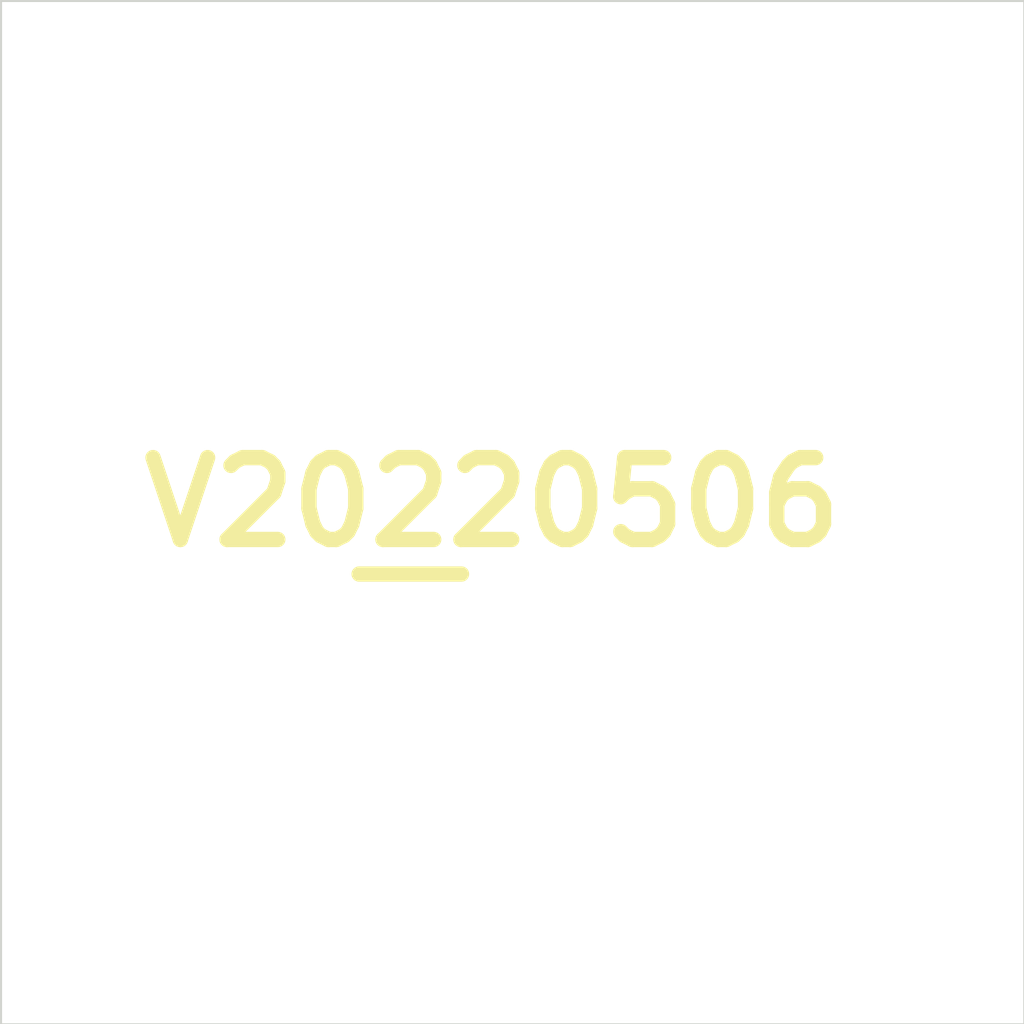
<source format=kicad_pcb>
(kicad_pcb (version 20211014) (generator pcbnew)
  (layers (0 "F.Cu" signal) (31 "B.Cu" signal) (34 "B.Paste" user) (35 "F.Paste" user) (36 "B.SilkS" user "B.Silkscreen") (37 "F.SilkS" user "F.Silkscreen") (38 "B.Mask" user) (39 "F.Mask" user) (44 "Edge.Cuts" user))
  (net 0 "")
  (footprint "SquantorLabels:Label_Generic" (layer "F.Cu") (at 24 25)
    (fp_text reference "N1" hide)
    (fp_text value "V20220506" (at 0.8 -0.1) (layer "F.SilkS") (effects (font (size 0.8 0.8))))
    (fp_line (start -0.5 0.6) (end 0.5 0.6) (layer "F.SilkS") (width 0.15))
  )
  (gr_line (start 30 20) (end 30 30) (layer "Edge.Cuts") (width 0.02))
  (gr_line (start 20 20) (end 30 20) (layer "Edge.Cuts") (width 0.02))
  (gr_line (start 30 30) (end 20 30) (layer "Edge.Cuts") (width 0.02))
  (gr_line (start 20 20) (end 20 30) (layer "Edge.Cuts") (width 0.02))
)
</source>
